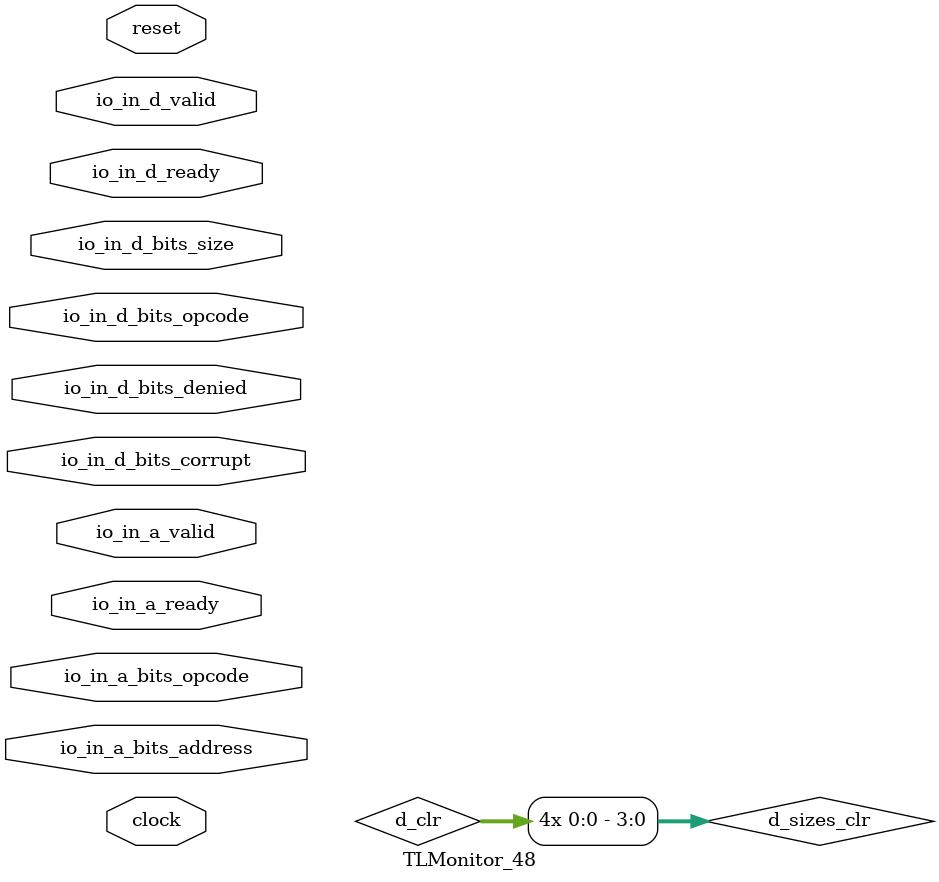
<source format=sv>

`ifndef STOP_COND_
  `ifdef STOP_COND
    `define STOP_COND_ (`STOP_COND)
  `else  // STOP_COND
    `define STOP_COND_ 1
  `endif // STOP_COND
`endif // not def STOP_COND_

// Users can define 'ASSERT_VERBOSE_COND' to add an extra gate to assert error printing.
`ifndef ASSERT_VERBOSE_COND_
  `ifdef ASSERT_VERBOSE_COND
    `define ASSERT_VERBOSE_COND_ (`ASSERT_VERBOSE_COND)
  `else  // ASSERT_VERBOSE_COND
    `define ASSERT_VERBOSE_COND_ 1
  `endif // ASSERT_VERBOSE_COND
`endif // not def ASSERT_VERBOSE_COND_

// Include register initializers in init blocks unless synthesis is set
`ifndef RANDOMIZE
  `ifdef RANDOMIZE_REG_INIT
    `define RANDOMIZE
  `endif // RANDOMIZE_REG_INIT
`endif // not def RANDOMIZE
`ifndef SYNTHESIS
  `ifndef ENABLE_INITIAL_REG_
    `define ENABLE_INITIAL_REG_
  `endif // not def ENABLE_INITIAL_REG_
`endif // not def SYNTHESIS

// Standard header to adapt well known macros for register randomization.

// RANDOM may be set to an expression that produces a 32-bit random unsigned value.
`ifndef RANDOM
  `define RANDOM $random
`endif // not def RANDOM

// Users can define INIT_RANDOM as general code that gets injected into the
// initializer block for modules with registers.
`ifndef INIT_RANDOM
  `define INIT_RANDOM
`endif // not def INIT_RANDOM

// If using random initialization, you can also define RANDOMIZE_DELAY to
// customize the delay used, otherwise 0.002 is used.
`ifndef RANDOMIZE_DELAY
  `define RANDOMIZE_DELAY 0.002
`endif // not def RANDOMIZE_DELAY

// Define INIT_RANDOM_PROLOG_ for use in our modules below.
`ifndef INIT_RANDOM_PROLOG_
  `ifdef RANDOMIZE
    `ifdef VERILATOR
      `define INIT_RANDOM_PROLOG_ `INIT_RANDOM
    `else  // VERILATOR
      `define INIT_RANDOM_PROLOG_ `INIT_RANDOM #`RANDOMIZE_DELAY begin end
    `endif // VERILATOR
  `else  // RANDOMIZE
    `define INIT_RANDOM_PROLOG_
  `endif // RANDOMIZE
`endif // not def INIT_RANDOM_PROLOG_
module TLMonitor_48(	// @[generators/rocket-chip/src/main/scala/tilelink/Monitor.scala:36:7]
  input         clock,	// @[generators/rocket-chip/src/main/scala/tilelink/Monitor.scala:36:7]
  input         reset,	// @[generators/rocket-chip/src/main/scala/tilelink/Monitor.scala:36:7]
  input         io_in_a_ready,	// @[generators/rocket-chip/src/main/scala/tilelink/Monitor.scala:20:14]
  input         io_in_a_valid,	// @[generators/rocket-chip/src/main/scala/tilelink/Monitor.scala:20:14]
  input [2:0]   io_in_a_bits_opcode,	// @[generators/rocket-chip/src/main/scala/tilelink/Monitor.scala:20:14]
  input [127:0] io_in_a_bits_address,	// @[generators/rocket-chip/src/main/scala/tilelink/Monitor.scala:20:14]
  input         io_in_d_ready,	// @[generators/rocket-chip/src/main/scala/tilelink/Monitor.scala:20:14]
  input         io_in_d_valid,	// @[generators/rocket-chip/src/main/scala/tilelink/Monitor.scala:20:14]
  input [2:0]   io_in_d_bits_opcode,	// @[generators/rocket-chip/src/main/scala/tilelink/Monitor.scala:20:14]
  input [1:0]   io_in_d_bits_size,	// @[generators/rocket-chip/src/main/scala/tilelink/Monitor.scala:20:14]
  input         io_in_d_bits_denied,	// @[generators/rocket-chip/src/main/scala/tilelink/Monitor.scala:20:14]
  input         io_in_d_bits_corrupt	// @[generators/rocket-chip/src/main/scala/tilelink/Monitor.scala:20:14]
);

  wire [31:0]  _plusarg_reader_1_out;	// @[generators/rocket-chip/src/main/scala/util/PlusArg.scala:80:11]
  wire [31:0]  _plusarg_reader_out;	// @[generators/rocket-chip/src/main/scala/util/PlusArg.scala:80:11]
  wire         a_first_done = io_in_a_ready & io_in_a_valid;	// @[src/main/scala/chisel3/util/Decoupled.scala:51:35]
  reg          a_first_counter;	// @[generators/rocket-chip/src/main/scala/tilelink/Edges.scala:229:27]
  reg  [2:0]   opcode;	// @[generators/rocket-chip/src/main/scala/tilelink/Monitor.scala:387:22]
  reg  [127:0] address;	// @[generators/rocket-chip/src/main/scala/tilelink/Monitor.scala:391:22]
  reg          d_first_counter;	// @[generators/rocket-chip/src/main/scala/tilelink/Edges.scala:229:27]
  reg  [2:0]   opcode_1;	// @[generators/rocket-chip/src/main/scala/tilelink/Monitor.scala:538:22]
  reg  [1:0]   size_1;	// @[generators/rocket-chip/src/main/scala/tilelink/Monitor.scala:540:22]
  reg          denied;	// @[generators/rocket-chip/src/main/scala/tilelink/Monitor.scala:543:22]
  reg  [1:0]   inflight;	// @[generators/rocket-chip/src/main/scala/tilelink/Monitor.scala:614:27]
  reg  [3:0]   inflight_opcodes;	// @[generators/rocket-chip/src/main/scala/tilelink/Monitor.scala:616:35]
  reg  [3:0]   inflight_sizes;	// @[generators/rocket-chip/src/main/scala/tilelink/Monitor.scala:618:33]
  reg          a_first_counter_1;	// @[generators/rocket-chip/src/main/scala/tilelink/Edges.scala:229:27]
  reg          d_first_counter_1;	// @[generators/rocket-chip/src/main/scala/tilelink/Edges.scala:229:27]
  wire         a_set = a_first_done & ~a_first_counter_1;	// @[generators/rocket-chip/src/main/scala/tilelink/Edges.scala:229:27, :231:25, generators/rocket-chip/src/main/scala/tilelink/Monitor.scala:655:25, src/main/scala/chisel3/util/Decoupled.scala:51:35]
  wire         d_release_ack = io_in_d_bits_opcode == 3'h6;	// @[generators/rocket-chip/src/main/scala/tilelink/Monitor.scala:36:7, :673:46]
  wire         _GEN = io_in_d_bits_opcode != 3'h6;	// @[generators/rocket-chip/src/main/scala/tilelink/Monitor.scala:36:7, :673:46, :674:74]
  reg  [31:0]  watchdog;	// @[generators/rocket-chip/src/main/scala/tilelink/Monitor.scala:709:27]
  reg  [1:0]   inflight_1;	// @[generators/rocket-chip/src/main/scala/tilelink/Monitor.scala:726:35]
  reg  [3:0]   inflight_sizes_1;	// @[generators/rocket-chip/src/main/scala/tilelink/Monitor.scala:728:35]
  reg          d_first_counter_2;	// @[generators/rocket-chip/src/main/scala/tilelink/Edges.scala:229:27]
  reg  [31:0]  watchdog_1;	// @[generators/rocket-chip/src/main/scala/tilelink/Monitor.scala:818:27]
  `ifndef SYNTHESIS	// @[generators/rocket-chip/src/main/scala/tilelink/Monitor.scala:45:11]
    wire [7:0][2:0] _GEN_0 = '{3'h4, 3'h5, 3'h2, 3'h1, 3'h1, 3'h1, 3'h0, 3'h0};
    wire [7:0][2:0] _GEN_1 = '{3'h4, 3'h4, 3'h2, 3'h1, 3'h1, 3'h1, 3'h0, 3'h0};
    wire            _GEN_2 = io_in_a_valid & io_in_a_bits_opcode == 3'h6 & ~reset;	// @[generators/rocket-chip/src/main/scala/tilelink/Monitor.scala:36:7, :45:11, :84:{25,54}]
    wire            _GEN_3 = io_in_a_valid & (&io_in_a_bits_opcode) & ~reset;	// @[generators/rocket-chip/src/main/scala/tilelink/Monitor.scala:45:11, :95:{25,53}]
    wire            _GEN_4 = io_in_a_valid & io_in_a_bits_opcode == 3'h1 & ~reset;	// @[generators/rocket-chip/src/main/scala/tilelink/Monitor.scala:36:7, :45:11, :125:{25,56}]
    wire            _GEN_5 = io_in_a_valid & io_in_a_bits_opcode == 3'h2 & ~reset;	// @[generators/rocket-chip/src/main/scala/tilelink/Monitor.scala:36:7, :45:11, :133:{25,56}]
    wire            _GEN_6 = io_in_a_valid & io_in_a_bits_opcode == 3'h3 & ~reset;	// @[generators/rocket-chip/src/main/scala/tilelink/Monitor.scala:36:7, :45:11, :141:{25,53}]
    wire            _GEN_7 = io_in_a_valid & io_in_a_bits_opcode == 3'h5 & ~reset;	// @[generators/rocket-chip/src/main/scala/tilelink/Monitor.scala:36:7, :45:11, :149:{25,46}]
    wire            _GEN_8 = io_in_d_valid & io_in_d_bits_opcode == 3'h6 & ~reset;	// @[generators/rocket-chip/src/main/scala/tilelink/Monitor.scala:36:7, :45:11, :52:11, :313:{25,52}]
    wire            _GEN_9 = io_in_d_valid & io_in_d_bits_opcode == 3'h4 & ~reset;	// @[generators/rocket-chip/src/main/scala/tilelink/Monitor.scala:36:7, :45:11, :52:11, :321:{25,47}]
    wire            _GEN_10 = io_in_d_valid & io_in_d_bits_opcode == 3'h5 & ~reset;	// @[generators/rocket-chip/src/main/scala/tilelink/Monitor.scala:36:7, :45:11, :52:11, :331:{25,51}]
    wire            _GEN_11 = ~io_in_d_bits_denied | io_in_d_bits_corrupt;	// @[generators/rocket-chip/src/main/scala/tilelink/Monitor.scala:337:{15,30}]
    wire            _GEN_12 = io_in_a_valid & a_first_counter & ~reset;	// @[generators/rocket-chip/src/main/scala/tilelink/Edges.scala:229:27, generators/rocket-chip/src/main/scala/tilelink/Monitor.scala:45:11, :392:19]
    wire            _GEN_13 = io_in_d_valid & d_first_counter & ~reset;	// @[generators/rocket-chip/src/main/scala/tilelink/Edges.scala:229:27, generators/rocket-chip/src/main/scala/tilelink/Monitor.scala:45:11, :52:11, :544:19]
    wire            _same_cycle_resp_T_1 = io_in_a_valid & ~a_first_counter_1;	// @[generators/rocket-chip/src/main/scala/tilelink/Edges.scala:229:27, :231:25, generators/rocket-chip/src/main/scala/tilelink/Monitor.scala:651:26]
    wire            _GEN_14 = io_in_d_valid & ~d_first_counter_1;	// @[generators/rocket-chip/src/main/scala/tilelink/Edges.scala:229:27, :231:25, generators/rocket-chip/src/main/scala/tilelink/Monitor.scala:674:26]
    wire            _GEN_15 = _GEN_14 & _GEN;	// @[generators/rocket-chip/src/main/scala/tilelink/Monitor.scala:673:46, :674:{26,74}, :683:71]
    wire            _GEN_16 = _GEN_15 & _same_cycle_resp_T_1 & ~reset;	// @[generators/rocket-chip/src/main/scala/tilelink/Monitor.scala:45:11, :52:11, :651:26, :683:71, :687:30]
    wire            _GEN_17 = _GEN_15 & ~_same_cycle_resp_T_1 & ~reset;	// @[generators/rocket-chip/src/main/scala/tilelink/Monitor.scala:45:11, :52:11, :651:26, :683:71, :687:30]
    wire [3:0]      _GEN_18 = {2'h0, io_in_d_bits_size};	// @[generators/rocket-chip/src/main/scala/tilelink/Monitor.scala:52:11, :694:36]
    wire            _GEN_19 = io_in_d_valid & ~d_first_counter_2 & d_release_ack & ~reset;	// @[generators/rocket-chip/src/main/scala/tilelink/Edges.scala:229:27, :231:25, generators/rocket-chip/src/main/scala/tilelink/Monitor.scala:45:11, :52:11, :673:46, :784:26, :794:71]
    always @(posedge clock) begin	// @[generators/rocket-chip/src/main/scala/tilelink/Monitor.scala:45:11]
      if (_GEN_2) begin	// @[generators/rocket-chip/src/main/scala/tilelink/Monitor.scala:45:11, :84:54]
        if (`ASSERT_VERBOSE_COND_)	// @[generators/rocket-chip/src/main/scala/tilelink/Monitor.scala:45:11]
          $error("Assertion failed: 'A' channel carries AcquireBlock type which is unexpected using diplomatic parameters (connected at generators/rocket-chip/src/main/scala/devices/tilelink/BusBypass.scala:33:14)\n    at Monitor.scala:45 assert(cond, message)\n");	// @[generators/rocket-chip/src/main/scala/tilelink/Monitor.scala:45:11]
        if (`STOP_COND_)	// @[generators/rocket-chip/src/main/scala/tilelink/Monitor.scala:45:11]
          $fatal;	// @[generators/rocket-chip/src/main/scala/tilelink/Monitor.scala:45:11]
        if (`ASSERT_VERBOSE_COND_)	// @[generators/rocket-chip/src/main/scala/tilelink/Monitor.scala:45:11]
          $error("Assertion failed: 'A' channel carries AcquireBlock from a client which does not support Probe (connected at generators/rocket-chip/src/main/scala/devices/tilelink/BusBypass.scala:33:14)\n    at Monitor.scala:45 assert(cond, message)\n");	// @[generators/rocket-chip/src/main/scala/tilelink/Monitor.scala:45:11]
        if (`STOP_COND_)	// @[generators/rocket-chip/src/main/scala/tilelink/Monitor.scala:45:11]
          $fatal;	// @[generators/rocket-chip/src/main/scala/tilelink/Monitor.scala:45:11]
      end
      if (_GEN_2 & (|(io_in_a_bits_address[1:0]))) begin	// @[generators/rocket-chip/src/main/scala/tilelink/Edges.scala:21:{16,24}, generators/rocket-chip/src/main/scala/tilelink/Monitor.scala:45:11, :84:54]
        if (`ASSERT_VERBOSE_COND_)	// @[generators/rocket-chip/src/main/scala/tilelink/Monitor.scala:45:11]
          $error("Assertion failed: 'A' channel AcquireBlock address not aligned to size (connected at generators/rocket-chip/src/main/scala/devices/tilelink/BusBypass.scala:33:14)\n    at Monitor.scala:45 assert(cond, message)\n");	// @[generators/rocket-chip/src/main/scala/tilelink/Monitor.scala:45:11]
        if (`STOP_COND_)	// @[generators/rocket-chip/src/main/scala/tilelink/Monitor.scala:45:11]
          $fatal;	// @[generators/rocket-chip/src/main/scala/tilelink/Monitor.scala:45:11]
      end
      if (_GEN_3) begin	// @[generators/rocket-chip/src/main/scala/tilelink/Monitor.scala:45:11, :95:53]
        if (`ASSERT_VERBOSE_COND_)	// @[generators/rocket-chip/src/main/scala/tilelink/Monitor.scala:45:11]
          $error("Assertion failed: 'A' channel carries AcquirePerm type which is unexpected using diplomatic parameters (connected at generators/rocket-chip/src/main/scala/devices/tilelink/BusBypass.scala:33:14)\n    at Monitor.scala:45 assert(cond, message)\n");	// @[generators/rocket-chip/src/main/scala/tilelink/Monitor.scala:45:11]
        if (`STOP_COND_)	// @[generators/rocket-chip/src/main/scala/tilelink/Monitor.scala:45:11]
          $fatal;	// @[generators/rocket-chip/src/main/scala/tilelink/Monitor.scala:45:11]
        if (`ASSERT_VERBOSE_COND_)	// @[generators/rocket-chip/src/main/scala/tilelink/Monitor.scala:45:11]
          $error("Assertion failed: 'A' channel carries AcquirePerm from a client which does not support Probe (connected at generators/rocket-chip/src/main/scala/devices/tilelink/BusBypass.scala:33:14)\n    at Monitor.scala:45 assert(cond, message)\n");	// @[generators/rocket-chip/src/main/scala/tilelink/Monitor.scala:45:11]
        if (`STOP_COND_)	// @[generators/rocket-chip/src/main/scala/tilelink/Monitor.scala:45:11]
          $fatal;	// @[generators/rocket-chip/src/main/scala/tilelink/Monitor.scala:45:11]
      end
      if (_GEN_3 & (|(io_in_a_bits_address[1:0]))) begin	// @[generators/rocket-chip/src/main/scala/tilelink/Edges.scala:21:{16,24}, generators/rocket-chip/src/main/scala/tilelink/Monitor.scala:45:11, :95:53]
        if (`ASSERT_VERBOSE_COND_)	// @[generators/rocket-chip/src/main/scala/tilelink/Monitor.scala:45:11]
          $error("Assertion failed: 'A' channel AcquirePerm address not aligned to size (connected at generators/rocket-chip/src/main/scala/devices/tilelink/BusBypass.scala:33:14)\n    at Monitor.scala:45 assert(cond, message)\n");	// @[generators/rocket-chip/src/main/scala/tilelink/Monitor.scala:45:11]
        if (`STOP_COND_)	// @[generators/rocket-chip/src/main/scala/tilelink/Monitor.scala:45:11]
          $fatal;	// @[generators/rocket-chip/src/main/scala/tilelink/Monitor.scala:45:11]
      end
      if (_GEN_3) begin	// @[generators/rocket-chip/src/main/scala/tilelink/Monitor.scala:45:11, :95:53]
        if (`ASSERT_VERBOSE_COND_)	// @[generators/rocket-chip/src/main/scala/tilelink/Monitor.scala:45:11]
          $error("Assertion failed: 'A' channel AcquirePerm requests NtoB (connected at generators/rocket-chip/src/main/scala/devices/tilelink/BusBypass.scala:33:14)\n    at Monitor.scala:45 assert(cond, message)\n");	// @[generators/rocket-chip/src/main/scala/tilelink/Monitor.scala:45:11]
        if (`STOP_COND_)	// @[generators/rocket-chip/src/main/scala/tilelink/Monitor.scala:45:11]
          $fatal;	// @[generators/rocket-chip/src/main/scala/tilelink/Monitor.scala:45:11]
      end
      if (io_in_a_valid & io_in_a_bits_opcode == 3'h4 & ~reset & (|(io_in_a_bits_address[1:0]))) begin	// @[generators/rocket-chip/src/main/scala/tilelink/Edges.scala:21:{16,24}, generators/rocket-chip/src/main/scala/tilelink/Monitor.scala:36:7, :45:11, :107:{25,45}]
        if (`ASSERT_VERBOSE_COND_)	// @[generators/rocket-chip/src/main/scala/tilelink/Monitor.scala:45:11]
          $error("Assertion failed: 'A' channel Get address not aligned to size (connected at generators/rocket-chip/src/main/scala/devices/tilelink/BusBypass.scala:33:14)\n    at Monitor.scala:45 assert(cond, message)\n");	// @[generators/rocket-chip/src/main/scala/tilelink/Monitor.scala:45:11]
        if (`STOP_COND_)	// @[generators/rocket-chip/src/main/scala/tilelink/Monitor.scala:45:11]
          $fatal;	// @[generators/rocket-chip/src/main/scala/tilelink/Monitor.scala:45:11]
      end
      if (io_in_a_valid & io_in_a_bits_opcode == 3'h0 & ~reset & (|(io_in_a_bits_address[1:0]))) begin	// @[generators/rocket-chip/src/main/scala/tilelink/Edges.scala:21:{16,24}, generators/rocket-chip/src/main/scala/tilelink/Monitor.scala:36:7, :45:11, :117:{25,53}]
        if (`ASSERT_VERBOSE_COND_)	// @[generators/rocket-chip/src/main/scala/tilelink/Monitor.scala:45:11]
          $error("Assertion failed: 'A' channel PutFull address not aligned to size (connected at generators/rocket-chip/src/main/scala/devices/tilelink/BusBypass.scala:33:14)\n    at Monitor.scala:45 assert(cond, message)\n");	// @[generators/rocket-chip/src/main/scala/tilelink/Monitor.scala:45:11]
        if (`STOP_COND_)	// @[generators/rocket-chip/src/main/scala/tilelink/Monitor.scala:45:11]
          $fatal;	// @[generators/rocket-chip/src/main/scala/tilelink/Monitor.scala:45:11]
      end
      if (_GEN_4) begin	// @[generators/rocket-chip/src/main/scala/tilelink/Monitor.scala:45:11, :125:56]
        if (`ASSERT_VERBOSE_COND_)	// @[generators/rocket-chip/src/main/scala/tilelink/Monitor.scala:45:11]
          $error("Assertion failed: 'A' channel carries PutPartial type which is unexpected using diplomatic parameters (connected at generators/rocket-chip/src/main/scala/devices/tilelink/BusBypass.scala:33:14)\n    at Monitor.scala:45 assert(cond, message)\n");	// @[generators/rocket-chip/src/main/scala/tilelink/Monitor.scala:45:11]
        if (`STOP_COND_)	// @[generators/rocket-chip/src/main/scala/tilelink/Monitor.scala:45:11]
          $fatal;	// @[generators/rocket-chip/src/main/scala/tilelink/Monitor.scala:45:11]
      end
      if (_GEN_4 & (|(io_in_a_bits_address[1:0]))) begin	// @[generators/rocket-chip/src/main/scala/tilelink/Edges.scala:21:{16,24}, generators/rocket-chip/src/main/scala/tilelink/Monitor.scala:45:11, :125:56]
        if (`ASSERT_VERBOSE_COND_)	// @[generators/rocket-chip/src/main/scala/tilelink/Monitor.scala:45:11]
          $error("Assertion failed: 'A' channel PutPartial address not aligned to size (connected at generators/rocket-chip/src/main/scala/devices/tilelink/BusBypass.scala:33:14)\n    at Monitor.scala:45 assert(cond, message)\n");	// @[generators/rocket-chip/src/main/scala/tilelink/Monitor.scala:45:11]
        if (`STOP_COND_)	// @[generators/rocket-chip/src/main/scala/tilelink/Monitor.scala:45:11]
          $fatal;	// @[generators/rocket-chip/src/main/scala/tilelink/Monitor.scala:45:11]
      end
      if (_GEN_5) begin	// @[generators/rocket-chip/src/main/scala/tilelink/Monitor.scala:45:11, :133:56]
        if (`ASSERT_VERBOSE_COND_)	// @[generators/rocket-chip/src/main/scala/tilelink/Monitor.scala:45:11]
          $error("Assertion failed: 'A' channel carries Arithmetic type which is unexpected using diplomatic parameters (connected at generators/rocket-chip/src/main/scala/devices/tilelink/BusBypass.scala:33:14)\n    at Monitor.scala:45 assert(cond, message)\n");	// @[generators/rocket-chip/src/main/scala/tilelink/Monitor.scala:45:11]
        if (`STOP_COND_)	// @[generators/rocket-chip/src/main/scala/tilelink/Monitor.scala:45:11]
          $fatal;	// @[generators/rocket-chip/src/main/scala/tilelink/Monitor.scala:45:11]
      end
      if (_GEN_5 & (|(io_in_a_bits_address[1:0]))) begin	// @[generators/rocket-chip/src/main/scala/tilelink/Edges.scala:21:{16,24}, generators/rocket-chip/src/main/scala/tilelink/Monitor.scala:45:11, :133:56]
        if (`ASSERT_VERBOSE_COND_)	// @[generators/rocket-chip/src/main/scala/tilelink/Monitor.scala:45:11]
          $error("Assertion failed: 'A' channel Arithmetic address not aligned to size (connected at generators/rocket-chip/src/main/scala/devices/tilelink/BusBypass.scala:33:14)\n    at Monitor.scala:45 assert(cond, message)\n");	// @[generators/rocket-chip/src/main/scala/tilelink/Monitor.scala:45:11]
        if (`STOP_COND_)	// @[generators/rocket-chip/src/main/scala/tilelink/Monitor.scala:45:11]
          $fatal;	// @[generators/rocket-chip/src/main/scala/tilelink/Monitor.scala:45:11]
      end
      if (_GEN_6) begin	// @[generators/rocket-chip/src/main/scala/tilelink/Monitor.scala:45:11, :141:53]
        if (`ASSERT_VERBOSE_COND_)	// @[generators/rocket-chip/src/main/scala/tilelink/Monitor.scala:45:11]
          $error("Assertion failed: 'A' channel carries Logical type which is unexpected using diplomatic parameters (connected at generators/rocket-chip/src/main/scala/devices/tilelink/BusBypass.scala:33:14)\n    at Monitor.scala:45 assert(cond, message)\n");	// @[generators/rocket-chip/src/main/scala/tilelink/Monitor.scala:45:11]
        if (`STOP_COND_)	// @[generators/rocket-chip/src/main/scala/tilelink/Monitor.scala:45:11]
          $fatal;	// @[generators/rocket-chip/src/main/scala/tilelink/Monitor.scala:45:11]
      end
      if (_GEN_6 & (|(io_in_a_bits_address[1:0]))) begin	// @[generators/rocket-chip/src/main/scala/tilelink/Edges.scala:21:{16,24}, generators/rocket-chip/src/main/scala/tilelink/Monitor.scala:45:11, :141:53]
        if (`ASSERT_VERBOSE_COND_)	// @[generators/rocket-chip/src/main/scala/tilelink/Monitor.scala:45:11]
          $error("Assertion failed: 'A' channel Logical address not aligned to size (connected at generators/rocket-chip/src/main/scala/devices/tilelink/BusBypass.scala:33:14)\n    at Monitor.scala:45 assert(cond, message)\n");	// @[generators/rocket-chip/src/main/scala/tilelink/Monitor.scala:45:11]
        if (`STOP_COND_)	// @[generators/rocket-chip/src/main/scala/tilelink/Monitor.scala:45:11]
          $fatal;	// @[generators/rocket-chip/src/main/scala/tilelink/Monitor.scala:45:11]
      end
      if (_GEN_7) begin	// @[generators/rocket-chip/src/main/scala/tilelink/Monitor.scala:45:11, :149:46]
        if (`ASSERT_VERBOSE_COND_)	// @[generators/rocket-chip/src/main/scala/tilelink/Monitor.scala:45:11]
          $error("Assertion failed: 'A' channel carries Hint type which is unexpected using diplomatic parameters (connected at generators/rocket-chip/src/main/scala/devices/tilelink/BusBypass.scala:33:14)\n    at Monitor.scala:45 assert(cond, message)\n");	// @[generators/rocket-chip/src/main/scala/tilelink/Monitor.scala:45:11]
        if (`STOP_COND_)	// @[generators/rocket-chip/src/main/scala/tilelink/Monitor.scala:45:11]
          $fatal;	// @[generators/rocket-chip/src/main/scala/tilelink/Monitor.scala:45:11]
      end
      if (_GEN_7 & (|(io_in_a_bits_address[1:0]))) begin	// @[generators/rocket-chip/src/main/scala/tilelink/Edges.scala:21:{16,24}, generators/rocket-chip/src/main/scala/tilelink/Monitor.scala:45:11, :149:46]
        if (`ASSERT_VERBOSE_COND_)	// @[generators/rocket-chip/src/main/scala/tilelink/Monitor.scala:45:11]
          $error("Assertion failed: 'A' channel Hint address not aligned to size (connected at generators/rocket-chip/src/main/scala/devices/tilelink/BusBypass.scala:33:14)\n    at Monitor.scala:45 assert(cond, message)\n");	// @[generators/rocket-chip/src/main/scala/tilelink/Monitor.scala:45:11]
        if (`STOP_COND_)	// @[generators/rocket-chip/src/main/scala/tilelink/Monitor.scala:45:11]
          $fatal;	// @[generators/rocket-chip/src/main/scala/tilelink/Monitor.scala:45:11]
      end
      if (io_in_d_valid & ~reset & (&io_in_d_bits_opcode)) begin	// @[generators/rocket-chip/src/main/scala/tilelink/Bundles.scala:45:24, generators/rocket-chip/src/main/scala/tilelink/Monitor.scala:45:11, :52:11]
        if (`ASSERT_VERBOSE_COND_)	// @[generators/rocket-chip/src/main/scala/tilelink/Monitor.scala:52:11]
          $error("Assertion failed: 'D' channel has invalid opcode (connected at generators/rocket-chip/src/main/scala/devices/tilelink/BusBypass.scala:33:14)\n    at Monitor.scala:52 assert(cond, message)\n");	// @[generators/rocket-chip/src/main/scala/tilelink/Monitor.scala:52:11]
        if (`STOP_COND_)	// @[generators/rocket-chip/src/main/scala/tilelink/Monitor.scala:52:11]
          $fatal;	// @[generators/rocket-chip/src/main/scala/tilelink/Monitor.scala:52:11]
      end
      if (_GEN_8 & ~(io_in_d_bits_size[1])) begin	// @[generators/rocket-chip/src/main/scala/tilelink/Monitor.scala:52:11, :313:52, :315:27]
        if (`ASSERT_VERBOSE_COND_)	// @[generators/rocket-chip/src/main/scala/tilelink/Monitor.scala:52:11]
          $error("Assertion failed: 'D' channel ReleaseAck smaller than a beat (connected at generators/rocket-chip/src/main/scala/devices/tilelink/BusBypass.scala:33:14)\n    at Monitor.scala:52 assert(cond, message)\n");	// @[generators/rocket-chip/src/main/scala/tilelink/Monitor.scala:52:11]
        if (`STOP_COND_)	// @[generators/rocket-chip/src/main/scala/tilelink/Monitor.scala:52:11]
          $fatal;	// @[generators/rocket-chip/src/main/scala/tilelink/Monitor.scala:52:11]
      end
      if (_GEN_8 & io_in_d_bits_corrupt) begin	// @[generators/rocket-chip/src/main/scala/tilelink/Monitor.scala:52:11, :313:52]
        if (`ASSERT_VERBOSE_COND_)	// @[generators/rocket-chip/src/main/scala/tilelink/Monitor.scala:52:11]
          $error("Assertion failed: 'D' channel ReleaseAck is corrupt (connected at generators/rocket-chip/src/main/scala/devices/tilelink/BusBypass.scala:33:14)\n    at Monitor.scala:52 assert(cond, message)\n");	// @[generators/rocket-chip/src/main/scala/tilelink/Monitor.scala:52:11]
        if (`STOP_COND_)	// @[generators/rocket-chip/src/main/scala/tilelink/Monitor.scala:52:11]
          $fatal;	// @[generators/rocket-chip/src/main/scala/tilelink/Monitor.scala:52:11]
      end
      if (_GEN_8 & io_in_d_bits_denied) begin	// @[generators/rocket-chip/src/main/scala/tilelink/Monitor.scala:52:11, :313:52]
        if (`ASSERT_VERBOSE_COND_)	// @[generators/rocket-chip/src/main/scala/tilelink/Monitor.scala:52:11]
          $error("Assertion failed: 'D' channel ReleaseAck is denied (connected at generators/rocket-chip/src/main/scala/devices/tilelink/BusBypass.scala:33:14)\n    at Monitor.scala:52 assert(cond, message)\n");	// @[generators/rocket-chip/src/main/scala/tilelink/Monitor.scala:52:11]
        if (`STOP_COND_)	// @[generators/rocket-chip/src/main/scala/tilelink/Monitor.scala:52:11]
          $fatal;	// @[generators/rocket-chip/src/main/scala/tilelink/Monitor.scala:52:11]
      end
      if (_GEN_9 & ~(io_in_d_bits_size[1])) begin	// @[generators/rocket-chip/src/main/scala/tilelink/Monitor.scala:52:11, :315:27, :321:47]
        if (`ASSERT_VERBOSE_COND_)	// @[generators/rocket-chip/src/main/scala/tilelink/Monitor.scala:52:11]
          $error("Assertion failed: 'D' channel Grant smaller than a beat (connected at generators/rocket-chip/src/main/scala/devices/tilelink/BusBypass.scala:33:14)\n    at Monitor.scala:52 assert(cond, message)\n");	// @[generators/rocket-chip/src/main/scala/tilelink/Monitor.scala:52:11]
        if (`STOP_COND_)	// @[generators/rocket-chip/src/main/scala/tilelink/Monitor.scala:52:11]
          $fatal;	// @[generators/rocket-chip/src/main/scala/tilelink/Monitor.scala:52:11]
      end
      if (_GEN_9 & io_in_d_bits_corrupt) begin	// @[generators/rocket-chip/src/main/scala/tilelink/Monitor.scala:52:11, :321:47]
        if (`ASSERT_VERBOSE_COND_)	// @[generators/rocket-chip/src/main/scala/tilelink/Monitor.scala:52:11]
          $error("Assertion failed: 'D' channel Grant is corrupt (connected at generators/rocket-chip/src/main/scala/devices/tilelink/BusBypass.scala:33:14)\n    at Monitor.scala:52 assert(cond, message)\n");	// @[generators/rocket-chip/src/main/scala/tilelink/Monitor.scala:52:11]
        if (`STOP_COND_)	// @[generators/rocket-chip/src/main/scala/tilelink/Monitor.scala:52:11]
          $fatal;	// @[generators/rocket-chip/src/main/scala/tilelink/Monitor.scala:52:11]
      end
      if (_GEN_10 & ~(io_in_d_bits_size[1])) begin	// @[generators/rocket-chip/src/main/scala/tilelink/Monitor.scala:52:11, :315:27, :331:51]
        if (`ASSERT_VERBOSE_COND_)	// @[generators/rocket-chip/src/main/scala/tilelink/Monitor.scala:52:11]
          $error("Assertion failed: 'D' channel GrantData smaller than a beat (connected at generators/rocket-chip/src/main/scala/devices/tilelink/BusBypass.scala:33:14)\n    at Monitor.scala:52 assert(cond, message)\n");	// @[generators/rocket-chip/src/main/scala/tilelink/Monitor.scala:52:11]
        if (`STOP_COND_)	// @[generators/rocket-chip/src/main/scala/tilelink/Monitor.scala:52:11]
          $fatal;	// @[generators/rocket-chip/src/main/scala/tilelink/Monitor.scala:52:11]
      end
      if (_GEN_10 & ~_GEN_11) begin	// @[generators/rocket-chip/src/main/scala/tilelink/Monitor.scala:52:11, :331:51, :337:30]
        if (`ASSERT_VERBOSE_COND_)	// @[generators/rocket-chip/src/main/scala/tilelink/Monitor.scala:52:11]
          $error("Assertion failed: 'D' channel GrantData is denied but not corrupt (connected at generators/rocket-chip/src/main/scala/devices/tilelink/BusBypass.scala:33:14)\n    at Monitor.scala:52 assert(cond, message)\n");	// @[generators/rocket-chip/src/main/scala/tilelink/Monitor.scala:52:11]
        if (`STOP_COND_)	// @[generators/rocket-chip/src/main/scala/tilelink/Monitor.scala:52:11]
          $fatal;	// @[generators/rocket-chip/src/main/scala/tilelink/Monitor.scala:52:11]
      end
      if (io_in_d_valid & io_in_d_bits_opcode == 3'h0 & ~reset & io_in_d_bits_corrupt) begin	// @[generators/rocket-chip/src/main/scala/tilelink/Monitor.scala:36:7, :45:11, :52:11, :341:{25,51}]
        if (`ASSERT_VERBOSE_COND_)	// @[generators/rocket-chip/src/main/scala/tilelink/Monitor.scala:52:11]
          $error("Assertion failed: 'D' channel AccessAck is corrupt (connected at generators/rocket-chip/src/main/scala/devices/tilelink/BusBypass.scala:33:14)\n    at Monitor.scala:52 assert(cond, message)\n");	// @[generators/rocket-chip/src/main/scala/tilelink/Monitor.scala:52:11]
        if (`STOP_COND_)	// @[generators/rocket-chip/src/main/scala/tilelink/Monitor.scala:52:11]
          $fatal;	// @[generators/rocket-chip/src/main/scala/tilelink/Monitor.scala:52:11]
      end
      if (io_in_d_valid & io_in_d_bits_opcode == 3'h1 & ~reset & ~_GEN_11) begin	// @[generators/rocket-chip/src/main/scala/tilelink/Monitor.scala:36:7, :45:11, :52:11, :337:30, :349:{25,55}]
        if (`ASSERT_VERBOSE_COND_)	// @[generators/rocket-chip/src/main/scala/tilelink/Monitor.scala:52:11]
          $error("Assertion failed: 'D' channel AccessAckData is denied but not corrupt (connected at generators/rocket-chip/src/main/scala/devices/tilelink/BusBypass.scala:33:14)\n    at Monitor.scala:52 assert(cond, message)\n");	// @[generators/rocket-chip/src/main/scala/tilelink/Monitor.scala:52:11]
        if (`STOP_COND_)	// @[generators/rocket-chip/src/main/scala/tilelink/Monitor.scala:52:11]
          $fatal;	// @[generators/rocket-chip/src/main/scala/tilelink/Monitor.scala:52:11]
      end
      if (io_in_d_valid & io_in_d_bits_opcode == 3'h2 & ~reset & io_in_d_bits_corrupt) begin	// @[generators/rocket-chip/src/main/scala/tilelink/Monitor.scala:36:7, :45:11, :52:11, :357:{25,49}]
        if (`ASSERT_VERBOSE_COND_)	// @[generators/rocket-chip/src/main/scala/tilelink/Monitor.scala:52:11]
          $error("Assertion failed: 'D' channel HintAck is corrupt (connected at generators/rocket-chip/src/main/scala/devices/tilelink/BusBypass.scala:33:14)\n    at Monitor.scala:52 assert(cond, message)\n");	// @[generators/rocket-chip/src/main/scala/tilelink/Monitor.scala:52:11]
        if (`STOP_COND_)	// @[generators/rocket-chip/src/main/scala/tilelink/Monitor.scala:52:11]
          $fatal;	// @[generators/rocket-chip/src/main/scala/tilelink/Monitor.scala:52:11]
      end
      if (_GEN_12 & io_in_a_bits_opcode != opcode) begin	// @[generators/rocket-chip/src/main/scala/tilelink/Monitor.scala:45:11, :387:22, :392:19, :393:32]
        if (`ASSERT_VERBOSE_COND_)	// @[generators/rocket-chip/src/main/scala/tilelink/Monitor.scala:45:11]
          $error("Assertion failed: 'A' channel opcode changed within multibeat operation (connected at generators/rocket-chip/src/main/scala/devices/tilelink/BusBypass.scala:33:14)\n    at Monitor.scala:45 assert(cond, message)\n");	// @[generators/rocket-chip/src/main/scala/tilelink/Monitor.scala:45:11]
        if (`STOP_COND_)	// @[generators/rocket-chip/src/main/scala/tilelink/Monitor.scala:45:11]
          $fatal;	// @[generators/rocket-chip/src/main/scala/tilelink/Monitor.scala:45:11]
      end
      if (_GEN_12 & io_in_a_bits_address != address) begin	// @[generators/rocket-chip/src/main/scala/tilelink/Monitor.scala:45:11, :391:22, :392:19, :397:32]
        if (`ASSERT_VERBOSE_COND_)	// @[generators/rocket-chip/src/main/scala/tilelink/Monitor.scala:45:11]
          $error("Assertion failed: 'A' channel address changed with multibeat operation (connected at generators/rocket-chip/src/main/scala/devices/tilelink/BusBypass.scala:33:14)\n    at Monitor.scala:45 assert(cond, message)\n");	// @[generators/rocket-chip/src/main/scala/tilelink/Monitor.scala:45:11]
        if (`STOP_COND_)	// @[generators/rocket-chip/src/main/scala/tilelink/Monitor.scala:45:11]
          $fatal;	// @[generators/rocket-chip/src/main/scala/tilelink/Monitor.scala:45:11]
      end
      if (_GEN_13 & io_in_d_bits_opcode != opcode_1) begin	// @[generators/rocket-chip/src/main/scala/tilelink/Monitor.scala:52:11, :538:22, :544:19, :545:29]
        if (`ASSERT_VERBOSE_COND_)	// @[generators/rocket-chip/src/main/scala/tilelink/Monitor.scala:52:11]
          $error("Assertion failed: 'D' channel opcode changed within multibeat operation (connected at generators/rocket-chip/src/main/scala/devices/tilelink/BusBypass.scala:33:14)\n    at Monitor.scala:52 assert(cond, message)\n");	// @[generators/rocket-chip/src/main/scala/tilelink/Monitor.scala:52:11]
        if (`STOP_COND_)	// @[generators/rocket-chip/src/main/scala/tilelink/Monitor.scala:52:11]
          $fatal;	// @[generators/rocket-chip/src/main/scala/tilelink/Monitor.scala:52:11]
      end
      if (_GEN_13 & io_in_d_bits_size != size_1) begin	// @[generators/rocket-chip/src/main/scala/tilelink/Monitor.scala:52:11, :540:22, :544:19, :547:29]
        if (`ASSERT_VERBOSE_COND_)	// @[generators/rocket-chip/src/main/scala/tilelink/Monitor.scala:52:11]
          $error("Assertion failed: 'D' channel size changed within multibeat operation (connected at generators/rocket-chip/src/main/scala/devices/tilelink/BusBypass.scala:33:14)\n    at Monitor.scala:52 assert(cond, message)\n");	// @[generators/rocket-chip/src/main/scala/tilelink/Monitor.scala:52:11]
        if (`STOP_COND_)	// @[generators/rocket-chip/src/main/scala/tilelink/Monitor.scala:52:11]
          $fatal;	// @[generators/rocket-chip/src/main/scala/tilelink/Monitor.scala:52:11]
      end
      if (_GEN_13 & io_in_d_bits_denied != denied) begin	// @[generators/rocket-chip/src/main/scala/tilelink/Monitor.scala:52:11, :543:22, :544:19, :550:29]
        if (`ASSERT_VERBOSE_COND_)	// @[generators/rocket-chip/src/main/scala/tilelink/Monitor.scala:52:11]
          $error("Assertion failed: 'D' channel denied changed with multibeat operation (connected at generators/rocket-chip/src/main/scala/devices/tilelink/BusBypass.scala:33:14)\n    at Monitor.scala:52 assert(cond, message)\n");	// @[generators/rocket-chip/src/main/scala/tilelink/Monitor.scala:52:11]
        if (`STOP_COND_)	// @[generators/rocket-chip/src/main/scala/tilelink/Monitor.scala:52:11]
          $fatal;	// @[generators/rocket-chip/src/main/scala/tilelink/Monitor.scala:52:11]
      end
      if (a_set & ~reset & inflight[0]) begin	// @[generators/rocket-chip/src/main/scala/tilelink/Monitor.scala:45:11, :614:27, :655:25, :661:26]
        if (`ASSERT_VERBOSE_COND_)	// @[generators/rocket-chip/src/main/scala/tilelink/Monitor.scala:45:11]
          $error("Assertion failed: 'A' channel re-used a source ID (connected at generators/rocket-chip/src/main/scala/devices/tilelink/BusBypass.scala:33:14)\n    at Monitor.scala:45 assert(cond, message)\n");	// @[generators/rocket-chip/src/main/scala/tilelink/Monitor.scala:45:11]
        if (`STOP_COND_)	// @[generators/rocket-chip/src/main/scala/tilelink/Monitor.scala:45:11]
          $fatal;	// @[generators/rocket-chip/src/main/scala/tilelink/Monitor.scala:45:11]
      end
      if (_GEN_15 & ~reset & ~(inflight[0] | _same_cycle_resp_T_1)) begin	// @[generators/rocket-chip/src/main/scala/tilelink/Monitor.scala:45:11, :52:11, :614:27, :651:26, :661:26, :683:71, :685:49]
        if (`ASSERT_VERBOSE_COND_)	// @[generators/rocket-chip/src/main/scala/tilelink/Monitor.scala:52:11]
          $error("Assertion failed: 'D' channel acknowledged for nothing inflight (connected at generators/rocket-chip/src/main/scala/devices/tilelink/BusBypass.scala:33:14)\n    at Monitor.scala:52 assert(cond, message)\n");	// @[generators/rocket-chip/src/main/scala/tilelink/Monitor.scala:52:11]
        if (`STOP_COND_)	// @[generators/rocket-chip/src/main/scala/tilelink/Monitor.scala:52:11]
          $fatal;	// @[generators/rocket-chip/src/main/scala/tilelink/Monitor.scala:52:11]
      end
      if (_GEN_16 & ~(io_in_d_bits_opcode == _GEN_1[io_in_a_bits_opcode] | io_in_d_bits_opcode == _GEN_0[io_in_a_bits_opcode])) begin	// @[generators/rocket-chip/src/main/scala/tilelink/Monitor.scala:52:11, :687:30, :688:{38,77}, :689:39]
        if (`ASSERT_VERBOSE_COND_)	// @[generators/rocket-chip/src/main/scala/tilelink/Monitor.scala:52:11]
          $error("Assertion failed: 'D' channel contains improper opcode response (connected at generators/rocket-chip/src/main/scala/devices/tilelink/BusBypass.scala:33:14)\n    at Monitor.scala:52 assert(cond, message)\n");	// @[generators/rocket-chip/src/main/scala/tilelink/Monitor.scala:52:11]
        if (`STOP_COND_)	// @[generators/rocket-chip/src/main/scala/tilelink/Monitor.scala:52:11]
          $fatal;	// @[generators/rocket-chip/src/main/scala/tilelink/Monitor.scala:52:11]
      end
      if (_GEN_16 & io_in_d_bits_size != 2'h2) begin	// @[generators/rocket-chip/src/main/scala/tilelink/Monitor.scala:52:11, :687:30, :690:36]
        if (`ASSERT_VERBOSE_COND_)	// @[generators/rocket-chip/src/main/scala/tilelink/Monitor.scala:52:11]
          $error("Assertion failed: 'D' channel contains improper response size (connected at generators/rocket-chip/src/main/scala/devices/tilelink/BusBypass.scala:33:14)\n    at Monitor.scala:52 assert(cond, message)\n");	// @[generators/rocket-chip/src/main/scala/tilelink/Monitor.scala:52:11]
        if (`STOP_COND_)	// @[generators/rocket-chip/src/main/scala/tilelink/Monitor.scala:52:11]
          $fatal;	// @[generators/rocket-chip/src/main/scala/tilelink/Monitor.scala:52:11]
      end
      if (_GEN_17 & ~(io_in_d_bits_opcode == _GEN_1[inflight_opcodes[3:1]] | io_in_d_bits_opcode == _GEN_0[inflight_opcodes[3:1]])) begin	// @[generators/rocket-chip/src/main/scala/tilelink/Monitor.scala:52:11, :616:35, :637:152, :687:30, :692:{38,72}, :693:38]
        if (`ASSERT_VERBOSE_COND_)	// @[generators/rocket-chip/src/main/scala/tilelink/Monitor.scala:52:11]
          $error("Assertion failed: 'D' channel contains improper opcode response (connected at generators/rocket-chip/src/main/scala/devices/tilelink/BusBypass.scala:33:14)\n    at Monitor.scala:52 assert(cond, message)\n");	// @[generators/rocket-chip/src/main/scala/tilelink/Monitor.scala:52:11]
        if (`STOP_COND_)	// @[generators/rocket-chip/src/main/scala/tilelink/Monitor.scala:52:11]
          $fatal;	// @[generators/rocket-chip/src/main/scala/tilelink/Monitor.scala:52:11]
      end
      if (_GEN_17 & _GEN_18 != {1'h0, inflight_sizes[3:1]}) begin	// @[generators/rocket-chip/src/main/scala/tilelink/Monitor.scala:52:11, :618:33, :641:{19,144}, :687:30, :694:36]
        if (`ASSERT_VERBOSE_COND_)	// @[generators/rocket-chip/src/main/scala/tilelink/Monitor.scala:52:11]
          $error("Assertion failed: 'D' channel contains improper response size (connected at generators/rocket-chip/src/main/scala/devices/tilelink/BusBypass.scala:33:14)\n    at Monitor.scala:52 assert(cond, message)\n");	// @[generators/rocket-chip/src/main/scala/tilelink/Monitor.scala:52:11]
        if (`STOP_COND_)	// @[generators/rocket-chip/src/main/scala/tilelink/Monitor.scala:52:11]
          $fatal;	// @[generators/rocket-chip/src/main/scala/tilelink/Monitor.scala:52:11]
      end
      if (_GEN_14 & ~a_first_counter_1 & io_in_a_valid & _GEN & ~reset & ~(~io_in_d_ready | io_in_a_ready)) begin	// @[generators/rocket-chip/src/main/scala/tilelink/Edges.scala:229:27, :231:25, generators/rocket-chip/src/main/scala/tilelink/Monitor.scala:45:11, :52:11, :673:46, :674:{26,74}, :697:{36,47,116}, :698:{15,32}]
        if (`ASSERT_VERBOSE_COND_)	// @[generators/rocket-chip/src/main/scala/tilelink/Monitor.scala:52:11]
          $error("Assertion failed: ready check\n    at Monitor.scala:52 assert(cond, message)\n");	// @[generators/rocket-chip/src/main/scala/tilelink/Monitor.scala:52:11]
        if (`STOP_COND_)	// @[generators/rocket-chip/src/main/scala/tilelink/Monitor.scala:52:11]
          $fatal;	// @[generators/rocket-chip/src/main/scala/tilelink/Monitor.scala:52:11]
      end
      if (~reset & ~(inflight == 2'h0 | _plusarg_reader_out == 32'h0 | watchdog < _plusarg_reader_out)) begin	// @[generators/rocket-chip/src/main/scala/tilelink/Monitor.scala:45:11, :614:27, :709:27, :712:{26,30,39,47,59}, generators/rocket-chip/src/main/scala/util/PlusArg.scala:80:11]
        if (`ASSERT_VERBOSE_COND_)	// @[generators/rocket-chip/src/main/scala/tilelink/Monitor.scala:45:11]
          $error("Assertion failed: TileLink timeout expired (connected at generators/rocket-chip/src/main/scala/devices/tilelink/BusBypass.scala:33:14)\n    at Monitor.scala:45 assert(cond, message)\n");	// @[generators/rocket-chip/src/main/scala/tilelink/Monitor.scala:45:11]
        if (`STOP_COND_)	// @[generators/rocket-chip/src/main/scala/tilelink/Monitor.scala:45:11]
          $fatal;	// @[generators/rocket-chip/src/main/scala/tilelink/Monitor.scala:45:11]
      end
      if (_GEN_19 & ~(inflight_1[0])) begin	// @[generators/rocket-chip/src/main/scala/tilelink/Monitor.scala:52:11, :726:35, :784:26, :794:71, :796:25]
        if (`ASSERT_VERBOSE_COND_)	// @[generators/rocket-chip/src/main/scala/tilelink/Monitor.scala:52:11]
          $error("Assertion failed: 'D' channel acknowledged for nothing inflight (connected at generators/rocket-chip/src/main/scala/devices/tilelink/BusBypass.scala:33:14)\n    at Monitor.scala:52 assert(cond, message)\n");	// @[generators/rocket-chip/src/main/scala/tilelink/Monitor.scala:52:11]
        if (`STOP_COND_)	// @[generators/rocket-chip/src/main/scala/tilelink/Monitor.scala:52:11]
          $fatal;	// @[generators/rocket-chip/src/main/scala/tilelink/Monitor.scala:52:11]
      end
      if (_GEN_19 & _GEN_18 != {1'h0, inflight_sizes_1[3:1]}) begin	// @[generators/rocket-chip/src/main/scala/tilelink/Monitor.scala:52:11, :694:36, :728:35, :750:{21,146}, :784:26, :794:71, :800:36]
        if (`ASSERT_VERBOSE_COND_)	// @[generators/rocket-chip/src/main/scala/tilelink/Monitor.scala:52:11]
          $error("Assertion failed: 'D' channel contains improper response size (connected at generators/rocket-chip/src/main/scala/devices/tilelink/BusBypass.scala:33:14)\n    at Monitor.scala:52 assert(cond, message)\n");	// @[generators/rocket-chip/src/main/scala/tilelink/Monitor.scala:52:11]
        if (`STOP_COND_)	// @[generators/rocket-chip/src/main/scala/tilelink/Monitor.scala:52:11]
          $fatal;	// @[generators/rocket-chip/src/main/scala/tilelink/Monitor.scala:52:11]
      end
      if (~reset & ~(inflight_1 == 2'h0 | _plusarg_reader_1_out == 32'h0 | watchdog_1 < _plusarg_reader_1_out)) begin	// @[generators/rocket-chip/src/main/scala/tilelink/Monitor.scala:45:11, :726:35, :818:27, :821:{26,30,39,47,59}, generators/rocket-chip/src/main/scala/util/PlusArg.scala:80:11]
        if (`ASSERT_VERBOSE_COND_)	// @[generators/rocket-chip/src/main/scala/tilelink/Monitor.scala:45:11]
          $error("Assertion failed: TileLink timeout expired (connected at generators/rocket-chip/src/main/scala/devices/tilelink/BusBypass.scala:33:14)\n    at Monitor.scala:45 assert(cond, message)\n");	// @[generators/rocket-chip/src/main/scala/tilelink/Monitor.scala:45:11]
        if (`STOP_COND_)	// @[generators/rocket-chip/src/main/scala/tilelink/Monitor.scala:45:11]
          $fatal;	// @[generators/rocket-chip/src/main/scala/tilelink/Monitor.scala:45:11]
      end
    end // always @(posedge)
  `endif // not def SYNTHESIS
  wire         d_first_done = io_in_d_ready & io_in_d_valid;	// @[src/main/scala/chisel3/util/Decoupled.scala:51:35]
  wire         d_clr = d_first_done & ~d_first_counter_1 & _GEN;	// @[generators/rocket-chip/src/main/scala/tilelink/Edges.scala:229:27, :231:25, generators/rocket-chip/src/main/scala/tilelink/Monitor.scala:673:46, :674:74, :678:{25,70}, src/main/scala/chisel3/util/Decoupled.scala:51:35]
  wire [3:0]   d_sizes_clr = {4{d_clr}};	// @[generators/rocket-chip/src/main/scala/tilelink/Monitor.scala:668:33, :678:{25,70,89}, :680:21]
  wire         d_clr_1 = d_first_done & ~d_first_counter_2 & d_release_ack;	// @[generators/rocket-chip/src/main/scala/tilelink/Edges.scala:229:27, :231:25, generators/rocket-chip/src/main/scala/tilelink/Monitor.scala:673:46, :788:{25,70}, src/main/scala/chisel3/util/Decoupled.scala:51:35]
  always @(posedge clock) begin	// @[generators/rocket-chip/src/main/scala/tilelink/Monitor.scala:36:7]
    if (reset) begin	// @[generators/rocket-chip/src/main/scala/tilelink/Monitor.scala:36:7]
      a_first_counter <= 1'h0;	// @[generators/rocket-chip/src/main/scala/tilelink/Edges.scala:229:27]
      d_first_counter <= 1'h0;	// @[generators/rocket-chip/src/main/scala/tilelink/Edges.scala:229:27]
      inflight <= 2'h0;	// @[generators/rocket-chip/src/main/scala/tilelink/Monitor.scala:614:27]
      inflight_opcodes <= 4'h0;	// @[generators/rocket-chip/src/main/scala/tilelink/Monitor.scala:36:7, :616:35]
      inflight_sizes <= 4'h0;	// @[generators/rocket-chip/src/main/scala/tilelink/Monitor.scala:36:7, :618:33]
      a_first_counter_1 <= 1'h0;	// @[generators/rocket-chip/src/main/scala/tilelink/Edges.scala:229:27]
      d_first_counter_1 <= 1'h0;	// @[generators/rocket-chip/src/main/scala/tilelink/Edges.scala:229:27]
      watchdog <= 32'h0;	// @[generators/rocket-chip/src/main/scala/tilelink/Monitor.scala:709:27]
      inflight_1 <= 2'h0;	// @[generators/rocket-chip/src/main/scala/tilelink/Monitor.scala:726:35]
      inflight_sizes_1 <= 4'h0;	// @[generators/rocket-chip/src/main/scala/tilelink/Monitor.scala:36:7, :728:35]
      d_first_counter_2 <= 1'h0;	// @[generators/rocket-chip/src/main/scala/tilelink/Edges.scala:229:27]
      watchdog_1 <= 32'h0;	// @[generators/rocket-chip/src/main/scala/tilelink/Monitor.scala:818:27]
    end
    else begin	// @[generators/rocket-chip/src/main/scala/tilelink/Monitor.scala:36:7]
      a_first_counter <= (~a_first_done | a_first_counter - 1'h1) & a_first_counter;	// @[generators/rocket-chip/src/main/scala/tilelink/Edges.scala:229:27, :230:28, :235:17, :236:15, src/main/scala/chisel3/util/Decoupled.scala:51:35]
      d_first_counter <= (~d_first_done | d_first_counter - 1'h1) & d_first_counter;	// @[generators/rocket-chip/src/main/scala/tilelink/Edges.scala:229:27, :230:28, :235:17, :236:15, src/main/scala/chisel3/util/Decoupled.scala:51:35]
      inflight <= {1'h0, (inflight[0] | a_set) & ~d_clr};	// @[generators/rocket-chip/src/main/scala/tilelink/Monitor.scala:614:27, :655:25, :661:26, :678:{25,70}, :705:{27,36,38}]
      inflight_opcodes <= (inflight_opcodes | (a_set ? {io_in_a_bits_opcode, 1'h1} : 4'h0)) & ~d_sizes_clr;	// @[generators/rocket-chip/src/main/scala/tilelink/Monitor.scala:36:7, :616:35, :630:33, :655:{25,70}, :657:61, :659:28, :668:33, :678:89, :680:21, :706:{43,60,62}]
      inflight_sizes <= (inflight_sizes | (a_set ? {1'h0, a_set ? 3'h5 : 3'h0} : 4'h0)) & ~d_sizes_clr;	// @[generators/rocket-chip/src/main/scala/tilelink/Monitor.scala:36:7, :618:33, :632:31, :648:38, :655:{25,70}, :658:28, :660:28, :668:33, :678:89, :680:21, :707:{39,54,56}]
      a_first_counter_1 <= (~a_first_done | a_first_counter_1 - 1'h1) & a_first_counter_1;	// @[generators/rocket-chip/src/main/scala/tilelink/Edges.scala:229:27, :230:28, :235:17, :236:15, src/main/scala/chisel3/util/Decoupled.scala:51:35]
      d_first_counter_1 <= (~d_first_done | d_first_counter_1 - 1'h1) & d_first_counter_1;	// @[generators/rocket-chip/src/main/scala/tilelink/Edges.scala:229:27, :230:28, :235:17, :236:15, src/main/scala/chisel3/util/Decoupled.scala:51:35]
      watchdog <= a_first_done | d_first_done ? 32'h0 : watchdog + 32'h1;	// @[generators/rocket-chip/src/main/scala/tilelink/Monitor.scala:709:27, :714:{14,26}, :715:{25,43,54}, src/main/scala/chisel3/util/Decoupled.scala:51:35]
      inflight_1 <= {1'h0, inflight_1[0] & ~d_clr_1};	// @[generators/rocket-chip/src/main/scala/tilelink/Monitor.scala:726:35, :788:{25,70}, :796:25, :814:{44,46}]
      inflight_sizes_1 <= inflight_sizes_1 & ~{4{d_clr_1}};	// @[generators/rocket-chip/src/main/scala/tilelink/Monitor.scala:728:35, :777:34, :788:{25,70,88}, :791:21, :816:{56,58}]
      d_first_counter_2 <= (~d_first_done | d_first_counter_2 - 1'h1) & d_first_counter_2;	// @[generators/rocket-chip/src/main/scala/tilelink/Edges.scala:229:27, :230:28, :235:17, :236:15, src/main/scala/chisel3/util/Decoupled.scala:51:35]
      watchdog_1 <= d_first_done ? 32'h0 : watchdog_1 + 32'h1;	// @[generators/rocket-chip/src/main/scala/tilelink/Monitor.scala:818:27, :823:{14,26}, :824:{43,54}, src/main/scala/chisel3/util/Decoupled.scala:51:35]
    end
    if (a_first_done & ~a_first_counter) begin	// @[generators/rocket-chip/src/main/scala/tilelink/Edges.scala:229:27, :231:25, generators/rocket-chip/src/main/scala/tilelink/Monitor.scala:399:18, src/main/scala/chisel3/util/Decoupled.scala:51:35]
      opcode <= io_in_a_bits_opcode;	// @[generators/rocket-chip/src/main/scala/tilelink/Monitor.scala:387:22]
      address <= io_in_a_bits_address;	// @[generators/rocket-chip/src/main/scala/tilelink/Monitor.scala:391:22]
    end
    if (d_first_done & ~d_first_counter) begin	// @[generators/rocket-chip/src/main/scala/tilelink/Edges.scala:229:27, :231:25, generators/rocket-chip/src/main/scala/tilelink/Monitor.scala:552:18, src/main/scala/chisel3/util/Decoupled.scala:51:35]
      opcode_1 <= io_in_d_bits_opcode;	// @[generators/rocket-chip/src/main/scala/tilelink/Monitor.scala:538:22]
      size_1 <= io_in_d_bits_size;	// @[generators/rocket-chip/src/main/scala/tilelink/Monitor.scala:540:22]
      denied <= io_in_d_bits_denied;	// @[generators/rocket-chip/src/main/scala/tilelink/Monitor.scala:543:22]
    end
  end // always @(posedge)
  `ifdef ENABLE_INITIAL_REG_	// @[generators/rocket-chip/src/main/scala/tilelink/Monitor.scala:36:7]
    `ifdef FIRRTL_BEFORE_INITIAL	// @[generators/rocket-chip/src/main/scala/tilelink/Monitor.scala:36:7]
      `FIRRTL_BEFORE_INITIAL	// @[generators/rocket-chip/src/main/scala/tilelink/Monitor.scala:36:7]
    `endif // FIRRTL_BEFORE_INITIAL
    logic [31:0] _RANDOM[0:7];	// @[generators/rocket-chip/src/main/scala/tilelink/Monitor.scala:36:7]
    initial begin	// @[generators/rocket-chip/src/main/scala/tilelink/Monitor.scala:36:7]
      `ifdef INIT_RANDOM_PROLOG_	// @[generators/rocket-chip/src/main/scala/tilelink/Monitor.scala:36:7]
        `INIT_RANDOM_PROLOG_	// @[generators/rocket-chip/src/main/scala/tilelink/Monitor.scala:36:7]
      `endif // INIT_RANDOM_PROLOG_
      `ifdef RANDOMIZE_REG_INIT	// @[generators/rocket-chip/src/main/scala/tilelink/Monitor.scala:36:7]
        for (logic [3:0] i = 4'h0; i < 4'h8; i += 4'h1) begin
          _RANDOM[i[2:0]] = `RANDOM;	// @[generators/rocket-chip/src/main/scala/tilelink/Monitor.scala:36:7]
        end	// @[generators/rocket-chip/src/main/scala/tilelink/Monitor.scala:36:7]
        a_first_counter = _RANDOM[3'h0][0];	// @[generators/rocket-chip/src/main/scala/tilelink/Edges.scala:229:27, generators/rocket-chip/src/main/scala/tilelink/Monitor.scala:36:7]
        opcode = _RANDOM[3'h0][3:1];	// @[generators/rocket-chip/src/main/scala/tilelink/Edges.scala:229:27, generators/rocket-chip/src/main/scala/tilelink/Monitor.scala:36:7, :387:22]
        address = {_RANDOM[3'h0][31:10], _RANDOM[3'h1], _RANDOM[3'h2], _RANDOM[3'h3], _RANDOM[3'h4][9:0]};	// @[generators/rocket-chip/src/main/scala/tilelink/Edges.scala:229:27, generators/rocket-chip/src/main/scala/tilelink/Monitor.scala:36:7, :391:22]
        d_first_counter = _RANDOM[3'h4][10];	// @[generators/rocket-chip/src/main/scala/tilelink/Edges.scala:229:27, generators/rocket-chip/src/main/scala/tilelink/Monitor.scala:36:7, :391:22]
        opcode_1 = _RANDOM[3'h4][13:11];	// @[generators/rocket-chip/src/main/scala/tilelink/Monitor.scala:36:7, :391:22, :538:22]
        size_1 = _RANDOM[3'h4][17:16];	// @[generators/rocket-chip/src/main/scala/tilelink/Monitor.scala:36:7, :391:22, :540:22]
        denied = _RANDOM[3'h4][20];	// @[generators/rocket-chip/src/main/scala/tilelink/Monitor.scala:36:7, :391:22, :543:22]
        inflight = _RANDOM[3'h4][22:21];	// @[generators/rocket-chip/src/main/scala/tilelink/Monitor.scala:36:7, :391:22, :614:27]
        inflight_opcodes = _RANDOM[3'h4][26:23];	// @[generators/rocket-chip/src/main/scala/tilelink/Monitor.scala:36:7, :391:22, :616:35]
        inflight_sizes = _RANDOM[3'h4][30:27];	// @[generators/rocket-chip/src/main/scala/tilelink/Monitor.scala:36:7, :391:22, :618:33]
        a_first_counter_1 = _RANDOM[3'h4][31];	// @[generators/rocket-chip/src/main/scala/tilelink/Edges.scala:229:27, generators/rocket-chip/src/main/scala/tilelink/Monitor.scala:36:7, :391:22]
        d_first_counter_1 = _RANDOM[3'h5][0];	// @[generators/rocket-chip/src/main/scala/tilelink/Edges.scala:229:27, generators/rocket-chip/src/main/scala/tilelink/Monitor.scala:36:7]
        watchdog = {_RANDOM[3'h5][31:1], _RANDOM[3'h6][0]};	// @[generators/rocket-chip/src/main/scala/tilelink/Edges.scala:229:27, generators/rocket-chip/src/main/scala/tilelink/Monitor.scala:36:7, :709:27]
        inflight_1 = _RANDOM[3'h6][2:1];	// @[generators/rocket-chip/src/main/scala/tilelink/Monitor.scala:36:7, :709:27, :726:35]
        inflight_sizes_1 = _RANDOM[3'h6][10:7];	// @[generators/rocket-chip/src/main/scala/tilelink/Monitor.scala:36:7, :709:27, :728:35]
        d_first_counter_2 = _RANDOM[3'h6][12];	// @[generators/rocket-chip/src/main/scala/tilelink/Edges.scala:229:27, generators/rocket-chip/src/main/scala/tilelink/Monitor.scala:36:7, :709:27]
        watchdog_1 = {_RANDOM[3'h6][31:13], _RANDOM[3'h7][12:0]};	// @[generators/rocket-chip/src/main/scala/tilelink/Monitor.scala:36:7, :709:27, :818:27]
      `endif // RANDOMIZE_REG_INIT
    end // initial
    `ifdef FIRRTL_AFTER_INITIAL	// @[generators/rocket-chip/src/main/scala/tilelink/Monitor.scala:36:7]
      `FIRRTL_AFTER_INITIAL	// @[generators/rocket-chip/src/main/scala/tilelink/Monitor.scala:36:7]
    `endif // FIRRTL_AFTER_INITIAL
  `endif // ENABLE_INITIAL_REG_
  plusarg_reader #(
    .DEFAULT(0),
    .FORMAT("tilelink_timeout=%d"),
    .WIDTH(32)
  ) plusarg_reader (	// @[generators/rocket-chip/src/main/scala/util/PlusArg.scala:80:11]
    .out (_plusarg_reader_out)
  );	// @[generators/rocket-chip/src/main/scala/util/PlusArg.scala:80:11]
  plusarg_reader #(
    .DEFAULT(0),
    .FORMAT("tilelink_timeout=%d"),
    .WIDTH(32)
  ) plusarg_reader_1 (	// @[generators/rocket-chip/src/main/scala/util/PlusArg.scala:80:11]
    .out (_plusarg_reader_1_out)
  );	// @[generators/rocket-chip/src/main/scala/util/PlusArg.scala:80:11]
endmodule


</source>
